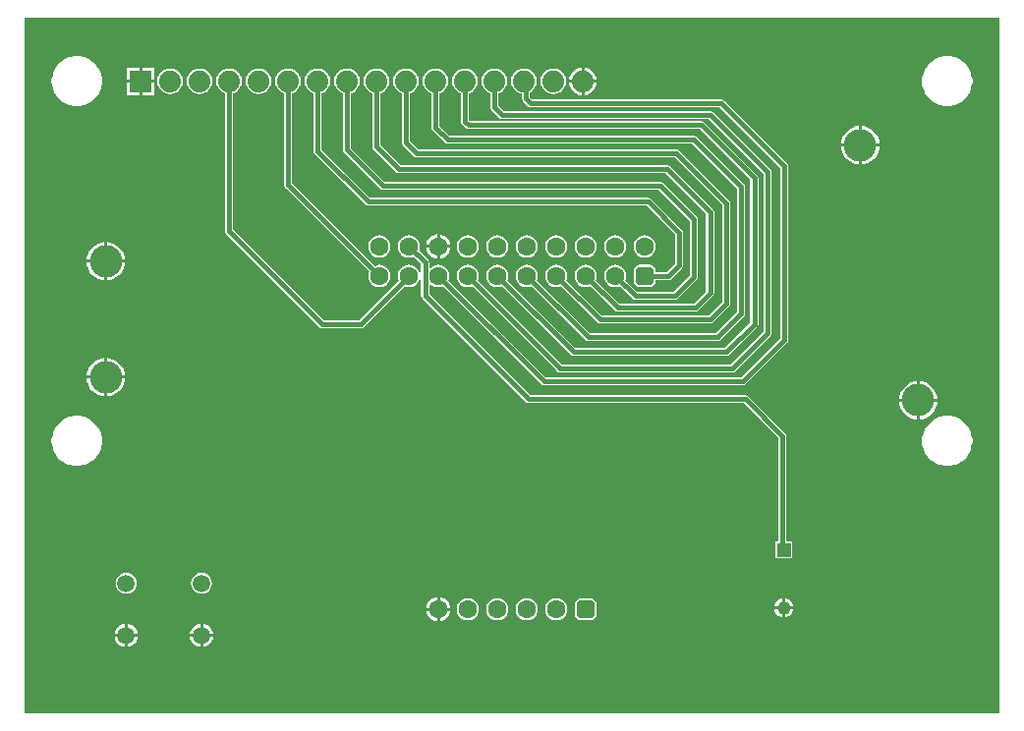
<source format=gtl>
%FSTAX23Y23*%
%MOIN*%
%SFA1B1*%

%IPPOS*%
%AMD25*
4,1,8,-0.015700,-0.031500,0.015700,-0.031500,0.031500,-0.015700,0.031500,0.015700,0.015700,0.031500,-0.015700,0.031500,-0.031500,0.015700,-0.031500,-0.015700,-0.015700,-0.031500,0.0*
1,1,0.031500,-0.015700,-0.015700*
1,1,0.031500,0.015700,-0.015700*
1,1,0.031500,0.015700,0.015700*
1,1,0.031500,-0.015700,0.015700*
%
%ADD14C,0.045280*%
%ADD15R,0.045280X0.045280*%
%ADD21C,0.110240*%
%ADD22C,0.015000*%
%ADD23C,0.059060*%
%ADD24C,0.062990*%
G04~CAMADD=25~8~0.0~0.0~629.9~629.9~157.5~0.0~15~0.0~0.0~0.0~0.0~0~0.0~0.0~0.0~0.0~0~0.0~0.0~0.0~180.0~630.0~630.0*
%ADD25D25*%
%ADD26R,0.074000X0.074000*%
%ADD27C,0.074000*%
%LNpcb_front-1*%
%LPD*%
G36*
X03622Y00433D02*
X00314D01*
Y02795*
X03622*
Y00433*
G37*
%LNpcb_front-2*%
%LPC*%
G36*
X03452Y02663D02*
X03437D01*
X03436Y02663*
X03435Y02663*
X0342Y0266*
X0342Y0266*
X03419*
X03405Y02654*
X03404Y02653*
X03404Y02653*
X03391Y02645*
X0339Y02644*
X0339Y02644*
X03379Y02633*
X03378Y02632*
X03378Y02632*
X03369Y02619*
X03369Y02618*
X03369Y02618*
X03363Y02604*
Y02603*
X03362Y02602*
X03359Y02587*
X0336Y02587*
X03359Y02586*
Y0257*
X0336Y0257*
X03359Y02569*
X03362Y02554*
X03363Y02553*
Y02553*
X03369Y02539*
X03369Y02538*
X03369Y02537*
X03378Y02525*
X03378Y02524*
X03379Y02524*
X0339Y02513*
X0339Y02512*
X03391Y02512*
X03404Y02503*
X03404Y02503*
X03405Y02503*
X03419Y02497*
X0342*
X0342Y02496*
X03435Y02493*
X03436Y02493*
X03437Y02493*
X03452*
X03453Y02493*
X03453Y02493*
X03469Y02496*
X03469Y02497*
X0347*
X03484Y02503*
X03485Y02503*
X03485Y02503*
X03498Y02512*
X03498Y02512*
X03499Y02513*
X0351Y02524*
X0351Y02524*
X03511Y02525*
X03519Y02537*
X0352Y02538*
X0352Y02539*
X03526Y02553*
Y02553*
X03526Y02554*
X03529Y02569*
X03529Y0257*
X0353Y0257*
Y02586*
X03529Y02587*
X03529Y02587*
X03526Y02602*
X03526Y02603*
Y02604*
X0352Y02618*
X0352Y02618*
X03519Y02619*
X03511Y02632*
X0351Y02632*
X0351Y02633*
X03499Y02644*
X03498Y02644*
X03498Y02645*
X03485Y02653*
X03485Y02653*
X03484Y02654*
X0347Y0266*
X03469*
X03469Y0266*
X03453Y02663*
X03453Y02663*
X03452Y02663*
G37*
G36*
X00499D02*
X00484D01*
X00483Y02663*
X00483Y02663*
X00467Y0266*
X00467Y0266*
X00466*
X00452Y02654*
X00451Y02653*
X00451Y02653*
X00438Y02645*
X00438Y02644*
X00437Y02644*
X00426Y02633*
X00426Y02632*
X00425Y02632*
X00417Y02619*
X00416Y02618*
X00416Y02618*
X0041Y02604*
Y02603*
X0041Y02602*
X00407Y02587*
X00407Y02587*
X00406Y02586*
Y0257*
X00407Y0257*
X00407Y02569*
X0041Y02554*
X0041Y02553*
Y02553*
X00416Y02539*
X00416Y02538*
X00417Y02537*
X00425Y02525*
X00426Y02524*
X00426Y02524*
X00437Y02513*
X00438Y02512*
X00438Y02512*
X00451Y02503*
X00451Y02503*
X00452Y02503*
X00466Y02497*
X00467*
X00467Y02496*
X00483Y02493*
X00483Y02493*
X00484Y02493*
X00499*
X005Y02493*
X00501Y02493*
X00516Y02496*
X00516Y02497*
X00517*
X00531Y02503*
X00532Y02503*
X00532Y02503*
X00545Y02512*
X00546Y02512*
X00546Y02513*
X00557Y02524*
X00558Y02524*
X00558Y02525*
X00567Y02537*
X00567Y02538*
X00567Y02539*
X00573Y02553*
Y02553*
X00574Y02554*
X00577Y02569*
X00577Y0257*
X00577Y0257*
Y02586*
X00577Y02587*
X00577Y02587*
X00574Y02602*
X00573Y02603*
Y02604*
X00567Y02618*
X00567Y02618*
X00567Y02619*
X00558Y02632*
X00558Y02632*
X00557Y02633*
X00546Y02644*
X00546Y02644*
X00545Y02645*
X00532Y02653*
X00532Y02653*
X00531Y02654*
X00517Y0266*
X00516*
X00516Y0266*
X00501Y02663*
X005Y02663*
X00499Y02663*
G37*
G36*
X02213Y02625D02*
Y02583D01*
X02255*
X02254Y02591*
X02249Y02602*
X02242Y02612*
X02232Y02619*
X0222Y02624*
X02213Y02625*
G37*
G36*
X02203D02*
X02196Y02624D01*
X02184Y02619*
X02175Y02612*
X02167Y02602*
X02162Y02591*
X02161Y02583*
X02203*
Y02625*
G37*
G36*
X00755Y02625D02*
X00713D01*
Y02583*
X00755*
Y02625*
G37*
G36*
X00703D02*
X00661D01*
Y02583*
X00703*
Y02625*
G37*
G36*
X02108Y02622D02*
X02097Y0262D01*
X02087Y02616*
X02078Y02609*
X02071Y026*
X02066Y02589*
X02065Y02578*
X02066Y02567*
X02071Y02557*
X02078Y02548*
X02087Y02541*
X02097Y02536*
X02108Y02535*
X02119Y02536*
X0213Y02541*
X02139Y02548*
X02146Y02557*
X0215Y02567*
X02151Y02578*
X0215Y02589*
X02146Y026*
X02139Y02609*
X0213Y02616*
X02119Y0262*
X02108Y02622*
G37*
G36*
X01108D02*
X01097Y0262D01*
X01087Y02616*
X01078Y02609*
X01071Y026*
X01066Y02589*
X01065Y02578*
X01066Y02567*
X01071Y02557*
X01078Y02548*
X01087Y02541*
X01097Y02536*
X01108Y02535*
X01119Y02536*
X0113Y02541*
X01139Y02548*
X01146Y02557*
X0115Y02567*
X01151Y02578*
X0115Y02589*
X01146Y026*
X01139Y02609*
X0113Y02616*
X01119Y0262*
X01108Y02622*
G37*
G36*
X00908D02*
X00897Y0262D01*
X00887Y02616*
X00878Y02609*
X00871Y026*
X00866Y02589*
X00865Y02578*
X00866Y02567*
X00871Y02557*
X00878Y02548*
X00887Y02541*
X00897Y02536*
X00908Y02535*
X00919Y02536*
X0093Y02541*
X00939Y02548*
X00946Y02557*
X0095Y02567*
X00951Y02578*
X0095Y02589*
X00946Y026*
X00939Y02609*
X0093Y02616*
X00919Y0262*
X00908Y02622*
G37*
G36*
X00808D02*
X00797Y0262D01*
X00787Y02616*
X00778Y02609*
X00771Y026*
X00766Y02589*
X00765Y02578*
X00766Y02567*
X00771Y02557*
X00778Y02548*
X00787Y02541*
X00797Y02536*
X00808Y02535*
X00819Y02536*
X0083Y02541*
X00839Y02548*
X00846Y02557*
X0085Y02567*
X00851Y02578*
X0085Y02589*
X00846Y026*
X00839Y02609*
X0083Y02616*
X00819Y0262*
X00808Y02622*
G37*
G36*
X02255Y02573D02*
X02213D01*
Y02531*
X0222Y02532*
X02232Y02537*
X02242Y02545*
X02249Y02555*
X02254Y02566*
X02255Y02573*
G37*
G36*
X02203D02*
X02161D01*
X02162Y02566*
X02167Y02555*
X02175Y02545*
X02184Y02537*
X02196Y02532*
X02203Y02531*
Y02573*
G37*
G36*
X00755D02*
X00713D01*
Y02531*
X00755*
Y02573*
G37*
G36*
X00703D02*
X00661D01*
Y02531*
X00703*
Y02573*
G37*
G36*
X03154Y02427D02*
Y02367D01*
X03214*
X03213Y02374*
X0321Y02387*
X03204Y02398*
X03195Y02408*
X03185Y02416*
X03174Y02422*
X03162Y02426*
X03154Y02427*
G37*
G36*
X03144D02*
X03136Y02426D01*
X03124Y02422*
X03113Y02416*
X03103Y02408*
X03095Y02398*
X03089Y02387*
X03085Y02374*
X03084Y02367*
X03144*
Y02427*
G37*
G36*
X03214Y02357D02*
X03154D01*
Y02297*
X03162Y02298*
X03174Y02301*
X03185Y02307*
X03195Y02315*
X03204Y02325*
X0321Y02337*
X03213Y02349*
X03214Y02357*
G37*
G36*
X03144D02*
X03084D01*
X03085Y02349*
X03089Y02337*
X03095Y02325*
X03103Y02315*
X03113Y02307*
X03124Y02301*
X03136Y02298*
X03144Y02297*
Y02357*
G37*
G36*
X01723Y02059D02*
Y02023D01*
X01759*
X01758Y02029*
X01754Y02039*
X01748Y02048*
X01739Y02054*
X01729Y02058*
X01723Y02059*
G37*
G36*
X01713D02*
X01707Y02058D01*
X01697Y02054*
X01688Y02048*
X01682Y02039*
X01678Y02029*
X01677Y02023*
X01713*
Y02059*
G37*
G36*
X02418Y02056D02*
X02408Y02054D01*
X02399Y02051*
X02391Y02045*
X02385Y02037*
X02382Y02028*
X0238Y02018*
X02382Y02008*
X02385Y01999*
X02391Y01991*
X02399Y01985*
X02408Y01982*
X02418Y0198*
X02428Y01982*
X02437Y01985*
X02445Y01991*
X02451Y01999*
X02454Y02008*
X02456Y02018*
X02454Y02028*
X02451Y02037*
X02445Y02045*
X02437Y02051*
X02428Y02054*
X02418Y02056*
G37*
G36*
X02318D02*
X02308Y02054D01*
X02299Y02051*
X02291Y02045*
X02285Y02037*
X02282Y02028*
X0228Y02018*
X02282Y02008*
X02285Y01999*
X02291Y01991*
X02299Y01985*
X02308Y01982*
X02318Y0198*
X02328Y01982*
X02337Y01985*
X02345Y01991*
X02351Y01999*
X02354Y02008*
X02356Y02018*
X02354Y02028*
X02351Y02037*
X02345Y02045*
X02337Y02051*
X02328Y02054*
X02318Y02056*
G37*
G36*
X02218D02*
X02208Y02054D01*
X02199Y02051*
X02191Y02045*
X02185Y02037*
X02182Y02028*
X0218Y02018*
X02182Y02008*
X02185Y01999*
X02191Y01991*
X02199Y01985*
X02208Y01982*
X02218Y0198*
X02228Y01982*
X02237Y01985*
X02245Y01991*
X02251Y01999*
X02254Y02008*
X02256Y02018*
X02254Y02028*
X02251Y02037*
X02245Y02045*
X02237Y02051*
X02228Y02054*
X02218Y02056*
G37*
G36*
X02118D02*
X02108Y02054D01*
X02099Y02051*
X02091Y02045*
X02085Y02037*
X02082Y02028*
X0208Y02018*
X02082Y02008*
X02085Y01999*
X02091Y01991*
X02099Y01985*
X02108Y01982*
X02118Y0198*
X02128Y01982*
X02137Y01985*
X02145Y01991*
X02151Y01999*
X02154Y02008*
X02156Y02018*
X02154Y02028*
X02151Y02037*
X02145Y02045*
X02137Y02051*
X02128Y02054*
X02118Y02056*
G37*
G36*
X02018D02*
X02008Y02054D01*
X01999Y02051*
X01991Y02045*
X01985Y02037*
X01982Y02028*
X0198Y02018*
X01982Y02008*
X01985Y01999*
X01991Y01991*
X01999Y01985*
X02008Y01982*
X02018Y0198*
X02028Y01982*
X02037Y01985*
X02045Y01991*
X02051Y01999*
X02054Y02008*
X02056Y02018*
X02054Y02028*
X02051Y02037*
X02045Y02045*
X02037Y02051*
X02028Y02054*
X02018Y02056*
G37*
G36*
X01918D02*
X01908Y02054D01*
X01899Y02051*
X01891Y02045*
X01885Y02037*
X01882Y02028*
X0188Y02018*
X01882Y02008*
X01885Y01999*
X01891Y01991*
X01899Y01985*
X01908Y01982*
X01918Y0198*
X01928Y01982*
X01937Y01985*
X01945Y01991*
X01951Y01999*
X01954Y02008*
X01956Y02018*
X01954Y02028*
X01951Y02037*
X01945Y02045*
X01937Y02051*
X01928Y02054*
X01918Y02056*
G37*
G36*
X01818D02*
X01808Y02054D01*
X01799Y02051*
X01791Y02045*
X01785Y02037*
X01782Y02028*
X0178Y02018*
X01782Y02008*
X01785Y01999*
X01791Y01991*
X01799Y01985*
X01808Y01982*
X01818Y0198*
X01828Y01982*
X01837Y01985*
X01845Y01991*
X01851Y01999*
X01854Y02008*
X01856Y02018*
X01854Y02028*
X01851Y02037*
X01845Y02045*
X01837Y02051*
X01828Y02054*
X01818Y02056*
G37*
G36*
X01518D02*
X01508Y02054D01*
X01499Y02051*
X01491Y02045*
X01485Y02037*
X01482Y02028*
X0148Y02018*
X01482Y02008*
X01485Y01999*
X01491Y01991*
X01499Y01985*
X01508Y01982*
X01518Y0198*
X01528Y01982*
X01537Y01985*
X01545Y01991*
X01551Y01999*
X01554Y02008*
X01556Y02018*
X01554Y02028*
X01551Y02037*
X01545Y02045*
X01537Y02051*
X01528Y02054*
X01518Y02056*
G37*
G36*
X01759Y02013D02*
X01723D01*
Y01977*
X01729Y01978*
X01739Y01982*
X01748Y01988*
X01754Y01997*
X01758Y02007*
X01759Y02013*
G37*
G36*
X01713D02*
X01677D01*
X01678Y02007*
X01682Y01997*
X01688Y01988*
X01697Y01982*
X01707Y01978*
X01713Y01977*
Y02013*
G37*
G36*
X00595Y02033D02*
Y01973D01*
X00655*
X00654Y01981*
X00651Y01993*
X00644Y02004*
X00636Y02014*
X00626Y02022*
X00615Y02028*
X00603Y02032*
X00595Y02033*
G37*
G36*
X00585D02*
X00577Y02032D01*
X00565Y02028*
X00554Y02022*
X00544Y02014*
X00536Y02004*
X0053Y01993*
X00526Y01981*
X00525Y01973*
X00585*
Y02033*
G37*
G36*
X01308Y02622D02*
X01297Y0262D01*
X01287Y02616*
X01278Y02609*
X01271Y026*
X01266Y02589*
X01265Y02578*
X01266Y02567*
X01271Y02557*
X01278Y02548*
X01287Y02541*
X01294Y02537*
Y02341*
X01296Y02336*
X01299Y02331*
X0147Y0216*
X01474Y02157*
X0148Y02156*
X02424*
X02521Y02059*
Y0196*
X02492Y01932*
X02456*
Y01934*
X02454Y01942*
X02449Y01949*
X02442Y01954*
X02434Y01956*
X02402*
X02394Y01954*
X02387Y01949*
X02382Y01942*
X0238Y01934*
Y01902*
X02382Y01894*
X02387Y01887*
X02394Y01882*
X02402Y0188*
X02434*
X02442Y01882*
X02449Y01887*
X02454Y01894*
X02456Y01902*
Y01904*
X02498*
X02503Y01905*
X02508Y01908*
X02544Y01945*
X02547Y01949*
X02548Y01955*
Y02065*
X02547Y0207*
X02544Y02074*
X02439Y02179*
X02435Y02182*
X0243Y02183*
X01485*
X01322Y02347*
Y02537*
X0133Y02541*
X01339Y02548*
X01346Y02557*
X0135Y02567*
X01351Y02578*
X0135Y02589*
X01346Y026*
X01339Y02609*
X0133Y02616*
X01319Y0262*
X01308Y02622*
G37*
G36*
X00655Y01963D02*
X00595D01*
Y01903*
X00603Y01904*
X00615Y01908*
X00626Y01914*
X00636Y01922*
X00644Y01932*
X00651Y01943*
X00654Y01955*
X00655Y01963*
G37*
G36*
X00585D02*
X00525D01*
X00526Y01955*
X0053Y01943*
X00536Y01932*
X00544Y01922*
X00554Y01914*
X00565Y01908*
X00577Y01904*
X00585Y01903*
Y01963*
G37*
G36*
X01208Y02622D02*
X01197Y0262D01*
X01187Y02616*
X01178Y02609*
X01171Y026*
X01166Y02589*
X01165Y02578*
X01166Y02567*
X01171Y02557*
X01178Y02548*
X01187Y02541*
X01194Y02537*
Y02228*
X01196Y02223*
X01199Y02218*
X01484Y01933*
X01482Y01928*
X0148Y01918*
X01482Y01908*
X01485Y01899*
X01491Y01891*
X01499Y01885*
X01508Y01882*
X01518Y0188*
X01528Y01882*
X01537Y01885*
X01545Y01891*
X01551Y01899*
X01554Y01908*
X01556Y01918*
X01554Y01928*
X01551Y01937*
X01545Y01945*
X01537Y01951*
X01528Y01954*
X01518Y01956*
X01508Y01954*
X01503Y01952*
X01222Y02234*
Y02537*
X0123Y02541*
X01239Y02548*
X01246Y02557*
X0125Y02567*
X01251Y02578*
X0125Y02589*
X01246Y026*
X01239Y02609*
X0123Y02616*
X01219Y0262*
X01208Y02622*
G37*
G36*
X01408D02*
X01397Y0262D01*
X01387Y02616*
X01378Y02609*
X01371Y026*
X01366Y02589*
X01365Y02578*
X01366Y02567*
X01371Y02557*
X01378Y02548*
X01387Y02541*
X01394Y02537*
Y02346*
X01396Y02341*
X01399Y02336*
X0152Y02215*
X01524Y02212*
X0153Y02211*
X02464*
X02571Y02104*
Y0192*
X02514Y01863*
X02392*
X02352Y01903*
X02354Y01908*
X02356Y01918*
X02354Y01928*
X02351Y01937*
X02345Y01945*
X02337Y01951*
X02328Y01954*
X02318Y01956*
X02308Y01954*
X02299Y01951*
X02291Y01945*
X02285Y01937*
X02282Y01928*
X0228Y01918*
X02282Y01908*
X02285Y01899*
X02291Y01891*
X02299Y01885*
X02308Y01882*
X02318Y0188*
X02328Y01882*
X02333Y01884*
X02377Y0184*
X02381Y01837*
X02387Y01836*
X0252*
X02525Y01837*
X02529Y0184*
X02594Y01905*
X02597Y01909*
X02598Y01915*
Y0211*
X02597Y02115*
X02594Y02119*
X02479Y02234*
X02475Y02237*
X0247Y02238*
X01535*
X01422Y02352*
Y02537*
X0143Y02541*
X01439Y02548*
X01446Y02557*
X0145Y02567*
X01451Y02578*
X0145Y02589*
X01446Y026*
X01439Y02609*
X0143Y02616*
X01419Y0262*
X01408Y02622*
G37*
G36*
X01508D02*
X01497Y0262D01*
X01487Y02616*
X01478Y02609*
X01471Y026*
X01466Y02589*
X01465Y02578*
X01466Y02567*
X01471Y02557*
X01478Y02548*
X01487Y02541*
X01494Y02537*
Y02356*
X01496Y02351*
X01499Y02346*
X01575Y0227*
X01579Y02267*
X01585Y02266*
X02489*
X02626Y02129*
Y01865*
X02584Y01823*
X02332*
X02252Y01903*
X02254Y01908*
X02256Y01918*
X02254Y01928*
X02251Y01937*
X02245Y01945*
X02237Y01951*
X02228Y01954*
X02218Y01956*
X02208Y01954*
X02199Y01951*
X02191Y01945*
X02185Y01937*
X02182Y01928*
X0218Y01918*
X02182Y01908*
X02185Y01899*
X02191Y01891*
X02199Y01885*
X02208Y01882*
X02218Y0188*
X02228Y01882*
X02233Y01884*
X02317Y018*
X02321Y01797*
X02327Y01796*
X0259*
X02595Y01797*
X02599Y018*
X02649Y0185*
X02652Y01854*
X02653Y0186*
Y02135*
X02652Y0214*
X02649Y02144*
X02504Y02289*
X025Y02292*
X02495Y02293*
X0159*
X01522Y02362*
Y02537*
X0153Y02541*
X01539Y02548*
X01546Y02557*
X0155Y02567*
X01551Y02578*
X0155Y02589*
X01546Y026*
X01539Y02609*
X0153Y02616*
X01519Y0262*
X01508Y02622*
G37*
G36*
X01608D02*
X01597Y0262D01*
X01587Y02616*
X01578Y02609*
X01571Y026*
X01566Y02589*
X01565Y02578*
X01566Y02567*
X01571Y02557*
X01578Y02548*
X01587Y02541*
X01594Y02537*
Y02371*
X01596Y02366*
X01599Y02361*
X01635Y02325*
X01639Y02322*
X01645Y02321*
X02519*
X02681Y02159*
Y0183*
X02634Y01783*
X02272*
X02152Y01903*
X02154Y01908*
X02156Y01918*
X02154Y01928*
X02151Y01937*
X02145Y01945*
X02137Y01951*
X02128Y01954*
X02118Y01956*
X02108Y01954*
X02099Y01951*
X02091Y01945*
X02085Y01937*
X02082Y01928*
X0208Y01918*
X02082Y01908*
X02085Y01899*
X02091Y01891*
X02099Y01885*
X02108Y01882*
X02118Y0188*
X02128Y01882*
X02133Y01884*
X02257Y0176*
X02261Y01757*
X02267Y01756*
X0264*
X02645Y01757*
X02649Y0176*
X02704Y01815*
X02707Y01819*
X02708Y01825*
Y02165*
X02707Y0217*
X02704Y02174*
X02534Y02344*
X0253Y02347*
X02525Y02348*
X0165*
X01622Y02377*
Y02537*
X0163Y02541*
X01639Y02548*
X01646Y02557*
X0165Y02567*
X01651Y02578*
X0165Y02589*
X01646Y026*
X01639Y02609*
X0163Y02616*
X01619Y0262*
X01608Y02622*
G37*
G36*
X01708D02*
X01697Y0262D01*
X01687Y02616*
X01678Y02609*
X01671Y026*
X01666Y02589*
X01665Y02578*
X01666Y02567*
X01671Y02557*
X01678Y02548*
X01687Y02541*
X01694Y02537*
Y02421*
X01696Y02416*
X01699Y02411*
X0174Y0237*
X01744Y02367*
X0175Y02366*
X02579*
X02731Y02214*
Y01795*
X02659Y01723*
X02232*
X02052Y01903*
X02054Y01908*
X02056Y01918*
X02054Y01928*
X02051Y01937*
X02045Y01945*
X02037Y01951*
X02028Y01954*
X02018Y01956*
X02008Y01954*
X01999Y01951*
X01991Y01945*
X01985Y01937*
X01982Y01928*
X0198Y01918*
X01982Y01908*
X01985Y01899*
X01991Y01891*
X01999Y01885*
X02008Y01882*
X02018Y0188*
X02028Y01882*
X02033Y01884*
X02217Y017*
X02221Y01697*
X02227Y01696*
X02665*
X0267Y01697*
X02674Y017*
X02754Y0178*
X02757Y01784*
X02758Y0179*
Y0222*
X02757Y02225*
X02754Y02229*
X02594Y02389*
X0259Y02392*
X02585Y02393*
X01755*
X01722Y02427*
Y02537*
X0173Y02541*
X01739Y02548*
X01746Y02557*
X0175Y02567*
X01751Y02578*
X0175Y02589*
X01746Y026*
X01739Y02609*
X0173Y02616*
X01719Y0262*
X01708Y02622*
G37*
G36*
X01808D02*
X01797Y0262D01*
X01787Y02616*
X01778Y02609*
X01771Y026*
X01766Y02589*
X01765Y02578*
X01766Y02567*
X01771Y02557*
X01778Y02548*
X01787Y02541*
X01794Y02537*
Y02441*
X01796Y02436*
X01799Y02431*
X0181Y0242*
X01814Y02417*
X0182Y02416*
X02604*
X02776Y02244*
Y0176*
X02689Y01673*
X02182*
X01952Y01903*
X01954Y01908*
X01956Y01918*
X01954Y01928*
X01951Y01937*
X01945Y01945*
X01937Y01951*
X01928Y01954*
X01918Y01956*
X01908Y01954*
X01899Y01951*
X01891Y01945*
X01885Y01937*
X01882Y01928*
X0188Y01918*
X01882Y01908*
X01885Y01899*
X01891Y01891*
X01899Y01885*
X01908Y01882*
X01918Y0188*
X01928Y01882*
X01933Y01884*
X02167Y0165*
X02171Y01647*
X02177Y01646*
X02695*
X027Y01647*
X02704Y0165*
X02799Y01745*
X02802Y01749*
X02803Y01755*
Y0225*
X02802Y02255*
X02799Y02259*
X02619Y02439*
X02615Y02442*
X0261Y02443*
X01825*
X01822Y02447*
Y02537*
X0183Y02541*
X01839Y02548*
X01846Y02557*
X0185Y02567*
X01851Y02578*
X0185Y02589*
X01846Y026*
X01839Y02609*
X0183Y02616*
X01819Y0262*
X01808Y02622*
G37*
G36*
X01908D02*
X01897Y0262D01*
X01887Y02616*
X01878Y02609*
X01871Y026*
X01866Y02589*
X01865Y02578*
X01866Y02567*
X01871Y02557*
X01878Y02548*
X01887Y02541*
X01894Y02537*
Y02491*
X01896Y02486*
X01899Y02481*
X01925Y02455*
X01929Y02452*
X01935Y02451*
X02634*
X02821Y02264*
Y0173*
X02709Y01618*
X02137*
X01852Y01903*
X01854Y01908*
X01856Y01918*
X01854Y01928*
X01851Y01937*
X01845Y01945*
X01837Y01951*
X01828Y01954*
X01818Y01956*
X01808Y01954*
X01799Y01951*
X01791Y01945*
X01785Y01937*
X01782Y01928*
X0178Y01918*
X01782Y01908*
X01785Y01899*
X01791Y01891*
X01799Y01885*
X01808Y01882*
X01818Y0188*
X01828Y01882*
X01833Y01884*
X02122Y01595*
X02126Y01592*
X02132Y01591*
X02715*
X0272Y01592*
X02724Y01595*
X02844Y01715*
X02847Y01719*
X02848Y01725*
Y0227*
X02847Y02275*
X02844Y02279*
X02649Y02474*
X02645Y02477*
X0264Y02478*
X0194*
X01922Y02497*
Y02537*
X0193Y02541*
X01939Y02548*
X01946Y02557*
X0195Y02567*
X01951Y02578*
X0195Y02589*
X01946Y026*
X01939Y02609*
X0193Y02616*
X01919Y0262*
X01908Y02622*
G37*
G36*
X00595Y01639D02*
Y01579D01*
X00655*
X00654Y01587*
X00651Y01599*
X00644Y01611*
X00636Y01621*
X00626Y01629*
X00615Y01635*
X00603Y01638*
X00595Y01639*
G37*
G36*
X00585D02*
X00577Y01638D01*
X00565Y01635*
X00554Y01629*
X00544Y01621*
X00536Y01611*
X0053Y01599*
X00526Y01587*
X00525Y01579*
X00585*
Y01639*
G37*
G36*
X02008Y02622D02*
X01997Y0262D01*
X01987Y02616*
X01978Y02609*
X01971Y026*
X01966Y02589*
X01965Y02578*
X01966Y02567*
X01971Y02557*
X01978Y02548*
X01987Y02541*
X01997Y02536*
X02002Y02536*
Y02519*
X02003Y02514*
X02006Y02509*
X0202Y02495*
X02024Y02492*
X0203Y02491*
X02671*
X02877Y02285*
Y01706*
X02744Y01573*
X02082*
X01752Y01903*
X01754Y01908*
X01756Y01918*
X01754Y01928*
X01751Y01937*
X01745Y01945*
X01737Y01951*
X01728Y01954*
X01718Y01956*
X01708Y01954*
X01699Y01951*
X01692Y01945*
X01688Y01946*
X01687Y01946*
Y01963*
X01686Y01968*
X01683Y01973*
X01652Y02003*
X01654Y02008*
X01656Y02018*
X01654Y02028*
X01651Y02037*
X01645Y02045*
X01637Y02051*
X01628Y02054*
X01618Y02056*
X01608Y02054*
X01599Y02051*
X01591Y02045*
X01585Y02037*
X01582Y02028*
X0158Y02018*
X01582Y02008*
X01585Y01999*
X01591Y01991*
X01599Y01985*
X01608Y01982*
X01618Y0198*
X01628Y01982*
X01633Y01984*
X01659Y01957*
Y01928*
X01654Y01928*
X01651Y01937*
X01645Y01945*
X01637Y01951*
X01628Y01954*
X01618Y01956*
X01608Y01954*
X01599Y01951*
X01591Y01945*
X01585Y01937*
X01582Y01928*
X0158Y01918*
X01582Y01908*
X01584Y01903*
X01449Y01768*
X0133*
X01022Y02077*
Y02537*
X0103Y02541*
X01039Y02548*
X01046Y02557*
X0105Y02567*
X01051Y02578*
X0105Y02589*
X01046Y026*
X01039Y02609*
X0103Y02616*
X01019Y0262*
X01008Y02622*
X00997Y0262*
X00987Y02616*
X00978Y02609*
X00971Y026*
X00966Y02589*
X00965Y02578*
X00966Y02567*
X00971Y02557*
X00978Y02548*
X00987Y02541*
X00994Y02537*
Y02071*
X00996Y02066*
X00999Y02061*
X01315Y01745*
X01319Y01742*
X01325Y01741*
X01455*
X0146Y01742*
X01464Y01745*
X01603Y01884*
X01608Y01882*
X01618Y0188*
X01628Y01882*
X01637Y01885*
X01645Y01891*
X01651Y01899*
X01654Y01908*
X01659Y01908*
Y01851*
X0166Y01846*
X01663Y01841*
X02015Y0149*
X02019Y01487*
X02025Y01486*
X02754*
X02871Y01369*
Y01016*
X02861*
Y00959*
X02918*
Y01016*
X02898*
Y01375*
X02897Y0138*
X02894Y01384*
X02769Y01509*
X02765Y01512*
X0276Y01513*
X0203*
X01687Y01857*
Y0189*
X01688Y0189*
X01692Y01891*
X01699Y01885*
X01708Y01882*
X01718Y0188*
X01728Y01882*
X01733Y01884*
X02067Y0155*
X02071Y01547*
X02077Y01546*
X0275*
X02755Y01547*
X02759Y0155*
X029Y01691*
X02903Y01695*
X02904Y017*
Y02291*
X02903Y02296*
X029Y02301*
X02686Y02514*
X02682Y02517*
X02677Y02518*
X02035*
X02029Y02524*
Y0254*
X0203Y02541*
X02039Y02548*
X02046Y02557*
X0205Y02567*
X02051Y02578*
X0205Y02589*
X02046Y026*
X02039Y02609*
X0203Y02616*
X02019Y0262*
X02008Y02622*
G37*
G36*
X00655Y01569D02*
X00595D01*
Y01509*
X00603Y0151*
X00615Y01514*
X00626Y0152*
X00636Y01528*
X00644Y01538*
X00651Y01549*
X00654Y01562*
X00655Y01569*
G37*
G36*
X00585D02*
X00525D01*
X00526Y01562*
X0053Y01549*
X00536Y01538*
X00544Y01528*
X00554Y0152*
X00565Y01514*
X00577Y0151*
X00585Y01509*
Y01569*
G37*
G36*
X03351Y01561D02*
Y01501D01*
X03411*
X0341Y01508*
X03406Y01521*
X034Y01532*
X03392Y01542*
X03382Y0155*
X03371Y01556*
X03359Y0156*
X03351Y01561*
G37*
G36*
X03341D02*
X03333Y0156D01*
X03321Y01556*
X0331Y0155*
X033Y01542*
X03292Y01532*
X03286Y01521*
X03282Y01508*
X03281Y01501*
X03341*
Y01561*
G37*
G36*
X03452Y01443D02*
X03437D01*
X03436Y01443*
X03435Y01443*
X0342Y0144*
X0342Y01439*
X03419*
X03405Y01433*
X03404Y01433*
X03404Y01433*
X03391Y01424*
X0339Y01424*
X0339Y01423*
X03379Y01412*
X03378Y01412*
X03378Y01412*
X03369Y01399*
X03369Y01398*
X03369Y01398*
X03363Y01383*
Y01383*
X03362Y01382*
X03359Y01367*
X0336Y01366*
X03359Y01366*
Y0135*
X0336Y01349*
X03359Y01349*
X03362Y01334*
X03363Y01333*
Y01332*
X03369Y01318*
X03369Y01318*
X03369Y01317*
X03378Y01304*
X03378Y01304*
X03379Y01303*
X0339Y01292*
X0339Y01292*
X03391Y01291*
X03404Y01283*
X03404Y01283*
X03405Y01282*
X03419Y01276*
X0342*
X0342Y01276*
X03435Y01273*
X03436Y01273*
X03437Y01273*
X03452*
X03453Y01273*
X03453Y01273*
X03469Y01276*
X03469Y01276*
X0347*
X03484Y01282*
X03485Y01283*
X03485Y01283*
X03498Y01291*
X03498Y01292*
X03499Y01292*
X0351Y01303*
X0351Y01304*
X03511Y01304*
X03519Y01317*
X0352Y01318*
X0352Y01318*
X03526Y01332*
Y01333*
X03526Y01334*
X03529Y01349*
X03529Y01349*
X0353Y0135*
Y01366*
X03529Y01366*
X03529Y01367*
X03526Y01382*
X03526Y01383*
Y01383*
X0352Y01398*
X0352Y01398*
X03519Y01399*
X03511Y01412*
X0351Y01412*
X0351Y01412*
X03499Y01423*
X03498Y01424*
X03498Y01424*
X03485Y01433*
X03485Y01433*
X03484Y01433*
X0347Y01439*
X03469*
X03469Y0144*
X03453Y01443*
X03453Y01443*
X03452Y01443*
G37*
G36*
X00499D02*
X00484D01*
X00483Y01443*
X00483Y01443*
X00467Y0144*
X00467Y01439*
X00466*
X00452Y01433*
X00451Y01433*
X00451Y01433*
X00438Y01424*
X00438Y01424*
X00437Y01423*
X00426Y01412*
X00426Y01412*
X00425Y01412*
X00417Y01399*
X00416Y01398*
X00416Y01398*
X0041Y01383*
Y01383*
X0041Y01382*
X00407Y01367*
X00407Y01366*
X00406Y01366*
Y0135*
X00407Y01349*
X00407Y01349*
X0041Y01334*
X0041Y01333*
Y01332*
X00416Y01318*
X00416Y01318*
X00417Y01317*
X00425Y01304*
X00426Y01304*
X00426Y01303*
X00437Y01292*
X00438Y01292*
X00438Y01291*
X00451Y01283*
X00451Y01283*
X00452Y01282*
X00466Y01276*
X00467*
X00467Y01276*
X00483Y01273*
X00483Y01273*
X00484Y01273*
X00499*
X005Y01273*
X00501Y01273*
X00516Y01276*
X00516Y01276*
X00517*
X00531Y01282*
X00532Y01283*
X00532Y01283*
X00545Y01291*
X00546Y01292*
X00546Y01292*
X00557Y01303*
X00558Y01304*
X00558Y01304*
X00567Y01317*
X00567Y01318*
X00567Y01318*
X00573Y01332*
Y01333*
X00574Y01334*
X00577Y01349*
X00577Y01349*
X00577Y0135*
Y01366*
X00577Y01366*
X00577Y01367*
X00574Y01382*
X00573Y01383*
Y01383*
X00567Y01398*
X00567Y01398*
X00567Y01399*
X00558Y01412*
X00558Y01412*
X00557Y01412*
X00546Y01423*
X00546Y01424*
X00545Y01424*
X00532Y01433*
X00532Y01433*
X00531Y01433*
X00517Y01439*
X00516*
X00516Y0144*
X00501Y01443*
X005Y01443*
X00499Y01443*
G37*
G36*
X03411Y01491D02*
X03351D01*
Y01431*
X03359Y01431*
X03371Y01435*
X03382Y01441*
X03392Y01449*
X034Y01459*
X03406Y01471*
X0341Y01483*
X03411Y01491*
G37*
G36*
X03341D02*
X03281D01*
X03282Y01483*
X03286Y01471*
X03292Y01459*
X033Y01449*
X0331Y01441*
X03321Y01435*
X03333Y01431*
X03341Y01431*
Y01491*
G37*
G36*
X00915Y00911D02*
X00906Y0091D01*
X00897Y00906*
X0089Y00901*
X00884Y00893*
X0088Y00885*
X00879Y00875*
X0088Y00866*
X00884Y00858*
X0089Y0085*
X00897Y00845*
X00906Y00841*
X00915Y0084*
X00924Y00841*
X00933Y00845*
X0094Y0085*
X00946Y00858*
X00949Y00866*
X00951Y00875*
X00949Y00885*
X00946Y00893*
X0094Y00901*
X00933Y00906*
X00924Y0091*
X00915Y00911*
G37*
G36*
X00659D02*
X0065Y0091D01*
X00641Y00906*
X00634Y00901*
X00628Y00893*
X00624Y00885*
X00623Y00875*
X00624Y00866*
X00628Y00858*
X00634Y0085*
X00641Y00845*
X0065Y00841*
X00659Y0084*
X00668Y00841*
X00677Y00845*
X00684Y0085*
X0069Y00858*
X00693Y00866*
X00695Y00875*
X00693Y00885*
X0069Y00893*
X00684Y00901*
X00677Y00906*
X00668Y0091*
X00659Y00911*
G37*
G36*
X02895Y00823D02*
Y00796D01*
X02922*
X02921Y008*
X02918Y00808*
X02913Y00814*
X02906Y0082*
X02898Y00823*
X02895Y00823*
G37*
G36*
X02885D02*
X02881Y00823D01*
X02873Y0082*
X02866Y00814*
X02861Y00808*
X02858Y008*
X02857Y00796*
X02885*
Y00823*
G37*
G36*
X01723Y00828D02*
Y00792D01*
X01759*
X01758Y00798*
X01754Y00808*
X01748Y00817*
X01739Y00823*
X01729Y00827*
X01723Y00828*
G37*
G36*
X01713D02*
X01707Y00827D01*
X01697Y00823*
X01688Y00817*
X01682Y00808*
X01678Y00798*
X01677Y00792*
X01713*
Y00828*
G37*
G36*
X02922Y00786D02*
X02895D01*
Y00759*
X02898Y00759*
X02906Y00763*
X02913Y00768*
X02918Y00775*
X02921Y00783*
X02922Y00786*
G37*
G36*
X02885D02*
X02857D01*
X02858Y00783*
X02861Y00775*
X02866Y00768*
X02873Y00763*
X02881Y00759*
X02885Y00759*
Y00786*
G37*
G36*
X02118Y00825D02*
X02108Y00823D01*
X02099Y0082*
X02091Y00814*
X02085Y00806*
X02082Y00797*
X0208Y00787*
X02082Y00777*
X02085Y00768*
X02091Y0076*
X02099Y00754*
X02108Y0075*
X02118Y00749*
X02128Y0075*
X02137Y00754*
X02145Y0076*
X02151Y00768*
X02154Y00777*
X02156Y00787*
X02154Y00797*
X02151Y00806*
X02145Y00814*
X02137Y0082*
X02128Y00823*
X02118Y00825*
G37*
G36*
X02018D02*
X02008Y00823D01*
X01999Y0082*
X01991Y00814*
X01985Y00806*
X01982Y00797*
X0198Y00787*
X01982Y00777*
X01985Y00768*
X01991Y0076*
X01999Y00754*
X02008Y0075*
X02018Y00749*
X02028Y0075*
X02037Y00754*
X02045Y0076*
X02051Y00768*
X02054Y00777*
X02056Y00787*
X02054Y00797*
X02051Y00806*
X02045Y00814*
X02037Y0082*
X02028Y00823*
X02018Y00825*
G37*
G36*
X01918D02*
X01908Y00823D01*
X01899Y0082*
X01891Y00814*
X01885Y00806*
X01882Y00797*
X0188Y00787*
X01882Y00777*
X01885Y00768*
X01891Y0076*
X01899Y00754*
X01908Y0075*
X01918Y00749*
X01928Y0075*
X01937Y00754*
X01945Y0076*
X01951Y00768*
X01954Y00777*
X01956Y00787*
X01954Y00797*
X01951Y00806*
X01945Y00814*
X01937Y0082*
X01928Y00823*
X01918Y00825*
G37*
G36*
X01818D02*
X01808Y00823D01*
X01799Y0082*
X01791Y00814*
X01785Y00806*
X01782Y00797*
X0178Y00787*
X01782Y00777*
X01785Y00768*
X01791Y0076*
X01799Y00754*
X01808Y0075*
X01818Y00749*
X01828Y0075*
X01837Y00754*
X01845Y0076*
X01851Y00768*
X01854Y00777*
X01856Y00787*
X01854Y00797*
X01851Y00806*
X01845Y00814*
X01837Y0082*
X01828Y00823*
X01818Y00825*
G37*
G36*
X02234Y00825D02*
X02202D01*
X02194Y00823*
X02187Y00818*
X02182Y00811*
X0218Y00803*
Y00771*
X02182Y00763*
X02187Y00756*
X02194Y00751*
X02202Y00749*
X02234*
X02242Y00751*
X02249Y00756*
X02254Y00763*
X02256Y00771*
Y00803*
X02254Y00811*
X02249Y00818*
X02242Y00823*
X02234Y00825*
G37*
G36*
X01759Y00782D02*
X01723D01*
Y00746*
X01729Y00746*
X01739Y00751*
X01748Y00757*
X01754Y00766*
X01758Y00776*
X01759Y00782*
G37*
G36*
X01713D02*
X01677D01*
X01678Y00776*
X01682Y00766*
X01688Y00757*
X01697Y00751*
X01707Y00746*
X01713Y00746*
Y00782*
G37*
G36*
X0092Y00738D02*
Y00703D01*
X00954*
X00953Y00709*
X00949Y00718*
X00943Y00727*
X00935Y00733*
X00925Y00737*
X0092Y00738*
G37*
G36*
X0091D02*
X00905Y00737D01*
X00895Y00733*
X00887Y00727*
X0088Y00718*
X00876Y00709*
X00876Y00703*
X0091*
Y00738*
G37*
G36*
X00664D02*
Y00703D01*
X00698*
X00697Y00709*
X00693Y00718*
X00687Y00727*
X00679Y00733*
X00669Y00737*
X00664Y00738*
G37*
G36*
X00654D02*
X00649Y00737D01*
X00639Y00733*
X00631Y00727*
X00624Y00718*
X0062Y00709*
X0062Y00703*
X00654*
Y00738*
G37*
G36*
X00954Y00693D02*
X0092D01*
Y00659*
X00925Y0066*
X00935Y00664*
X00943Y0067*
X00949Y00678*
X00953Y00688*
X00954Y00693*
G37*
G36*
X0091D02*
X00876D01*
X00876Y00688*
X0088Y00678*
X00887Y0067*
X00895Y00664*
X00905Y0066*
X0091Y00659*
Y00693*
G37*
G36*
X00698D02*
X00664D01*
Y00659*
X00669Y0066*
X00679Y00664*
X00687Y0067*
X00693Y00678*
X00697Y00688*
X00698Y00693*
G37*
G36*
X00654D02*
X0062D01*
X0062Y00688*
X00624Y00678*
X00631Y0067*
X00639Y00664*
X00649Y0066*
X00654Y00659*
Y00693*
G37*
%LNpcb_front-3*%
%LPD*%
G54D14*
X0289Y00791D03*
G54D15*
X0289Y00988D03*
G54D21*
X03346Y01496D03*
X0059Y01574D03*
Y01968D03*
X03149Y02362D03*
G54D22*
X01325Y01755D02*
X01455D01*
X01618Y01918*
X01008Y02071D02*
X01325Y01755D01*
X01008Y02071D02*
Y02578D01*
X01208Y02228D02*
X01518Y01918D01*
X01208Y02228D02*
Y02578D01*
X02885Y00993D02*
Y01375D01*
Y00993D02*
X0289Y00988D01*
X0276Y015D02*
X02885Y01375D01*
X01673Y01851D02*
X02025Y015D01*
X0276*
X01918Y01918D02*
X02177Y0166D01*
X01718Y01918D02*
X02077Y0156D01*
X02132Y01605D02*
X02715D01*
X01818Y01918D02*
X02132Y01605D01*
X02177Y0166D02*
X02695D01*
X02077Y0156D02*
X0275D01*
X01673Y01851D02*
Y01963D01*
X01618Y02018D02*
X01673Y01963D01*
X01308Y02341D02*
X0148Y0217D01*
X0243*
X02535Y02065*
X02715Y01605D02*
X02835Y01725D01*
Y0227*
X0275Y0156D02*
X0289Y017D01*
Y02291*
X02677Y02505D02*
X0289Y02291D01*
X0203Y02505D02*
X02677D01*
X02015Y02519D02*
Y02571D01*
Y02519D02*
X0203Y02505D01*
X02008Y02578D02*
X02015Y02571D01*
X0264Y02465D02*
X02835Y0227D01*
X01935Y02465D02*
X0264D01*
X01908Y02491D02*
X01935Y02465D01*
X01908Y02491D02*
Y02578D01*
X0279Y01755D02*
Y0225D01*
X02695Y0166D02*
X0279Y01755D01*
X0261Y0243D02*
X0279Y0225D01*
X0182Y0243D02*
X0261D01*
X01808Y02441D02*
Y02578D01*
Y02441D02*
X0182Y0243D01*
X02227Y0171D02*
X02665D01*
X02018Y01918D02*
X02227Y0171D01*
X02665D02*
X02745Y0179D01*
Y0222*
X02585Y0238D02*
X02745Y0222D01*
X0175Y0238D02*
X02585D01*
X01708Y02421D02*
X0175Y0238D01*
X01708Y02421D02*
Y02578D01*
X02267Y0177D02*
X0264D01*
X02118Y01918D02*
X02267Y0177D01*
X0264D02*
X02695Y01825D01*
Y02165*
X02525Y02335D02*
X02695Y02165D01*
X01645Y02335D02*
X02525D01*
X01608Y02371D02*
X01645Y02335D01*
X01608Y02371D02*
Y02578D01*
X02327Y0181D02*
X0259D01*
X02218Y01918D02*
X02327Y0181D01*
X0259D02*
X0264Y0186D01*
Y02135*
X01585Y0228D02*
X02495D01*
X0264Y02135*
X01508Y02356D02*
X01585Y0228D01*
X01508Y02356D02*
Y02578D01*
X02387Y0185D02*
X0252D01*
X02318Y01918D02*
X02387Y0185D01*
X02585Y01915D02*
Y0211D01*
X0252Y0185D02*
X02585Y01915D01*
X0247Y02225D02*
X02585Y0211D01*
X0153Y02225D02*
X0247D01*
X01408Y02346D02*
X0153Y02225D01*
X01408Y02346D02*
Y02578D01*
X02418Y01918D02*
X02498D01*
X02535Y01955D02*
Y02065D01*
X02498Y01918D02*
X02535Y01955D01*
X01308Y02341D02*
Y02578D01*
G54D23*
X00915Y00698D03*
Y00875D03*
X00659Y00698D03*
Y00875D03*
G54D24*
X01818Y02018D03*
Y01918D03*
X01918Y02018D03*
X02018D03*
X01918Y01918D03*
X02018D03*
X02118Y02018D03*
Y01918D03*
X02218Y02018D03*
Y01918D03*
X02318Y02018D03*
Y01918D03*
X02418Y02018D03*
X01718Y01918D03*
X01618D03*
X01518D03*
X01718Y02018D03*
X01618D03*
X01518D03*
X01718Y00787D03*
X01818D03*
X02018D03*
X02118D03*
X01918D03*
G54D25*
X02418Y01918D03*
X02218Y00787D03*
G54D26*
X00708Y02578D03*
G54D27*
X00808Y02578D03*
X00908D03*
X01008D03*
X01108D03*
X01208D03*
X01308D03*
X01408D03*
X01508D03*
X01608D03*
X01708D03*
X01808D03*
X01908D03*
X02008D03*
X02108D03*
X02208D03*
M02*
</source>
